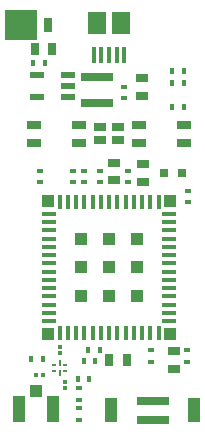
<source format=gtp>
G75*
%MOIN*%
%OFA0B0*%
%FSLAX25Y25*%
%IPPOS*%
%LPD*%
%AMOC8*
5,1,8,0,0,1.08239X$1,22.5*
%
%ADD10R,0.02400X0.01800*%
%ADD11R,0.01575X0.05315*%
%ADD12R,0.05906X0.07480*%
%ADD13R,0.04921X0.02559*%
%ADD14R,0.03150X0.03150*%
%ADD15R,0.04724X0.01378*%
%ADD16R,0.03937X0.03937*%
%ADD17R,0.01378X0.04724*%
%ADD18R,0.04134X0.08661*%
%ADD19R,0.03937X0.04134*%
%ADD20R,0.01800X0.02400*%
%ADD21R,0.04100X0.02800*%
%ADD22R,0.02800X0.04100*%
%ADD23R,0.03937X0.07874*%
%ADD24R,0.11024X0.03150*%
%ADD25R,0.10500X0.10000*%
%ADD26R,0.03000X0.05000*%
%ADD27R,0.04724X0.02165*%
%ADD28R,0.10630X0.03150*%
%ADD29R,0.03937X0.03150*%
%ADD30R,0.01600X0.01400*%
%ADD31R,0.01400X0.01600*%
%ADD32R,0.01299X0.00591*%
%ADD33R,0.00787X0.02008*%
D10*
X0036078Y0007800D03*
X0036078Y0011600D03*
X0036078Y0014400D03*
X0036078Y0018200D03*
X0059978Y0027100D03*
X0059978Y0030900D03*
X0072178Y0030900D03*
X0072178Y0027100D03*
X0072626Y0080347D03*
X0072626Y0084147D03*
X0052578Y0087000D03*
X0052578Y0090800D03*
X0043078Y0090800D03*
X0043078Y0087000D03*
X0037878Y0087000D03*
X0034078Y0087000D03*
X0034078Y0090800D03*
X0037878Y0090800D03*
X0022978Y0090800D03*
X0022978Y0087000D03*
X0050978Y0114900D03*
X0050978Y0118700D03*
D11*
X0051297Y0129469D03*
X0048738Y0129469D03*
X0046178Y0129469D03*
X0043619Y0129469D03*
X0041060Y0129469D03*
D12*
X0042241Y0139961D03*
X0050115Y0140000D03*
D13*
X0056297Y0106051D03*
X0056297Y0099949D03*
X0071060Y0099949D03*
X0071060Y0106051D03*
X0036060Y0106051D03*
X0036060Y0099949D03*
X0021297Y0099949D03*
X0021297Y0106051D03*
D14*
X0064504Y0090000D03*
X0070410Y0090000D03*
D15*
X0066060Y0076413D03*
X0066060Y0073657D03*
X0066060Y0070902D03*
X0066060Y0068146D03*
X0066060Y0065390D03*
X0066060Y0062634D03*
X0066060Y0059878D03*
X0066060Y0057122D03*
X0066060Y0054366D03*
X0066060Y0051610D03*
X0066060Y0048854D03*
X0066060Y0046098D03*
X0066060Y0043343D03*
X0066060Y0040587D03*
X0026297Y0040587D03*
X0026297Y0043343D03*
X0026297Y0046098D03*
X0026297Y0048854D03*
X0026297Y0051610D03*
X0026297Y0054366D03*
X0026297Y0057122D03*
X0026297Y0059878D03*
X0026297Y0062634D03*
X0026297Y0065390D03*
X0026297Y0068146D03*
X0026297Y0070902D03*
X0026297Y0073657D03*
X0026297Y0076413D03*
D16*
X0025903Y0080744D03*
X0036730Y0067949D03*
X0046178Y0067949D03*
X0055627Y0067949D03*
X0055627Y0058500D03*
X0046178Y0058500D03*
X0036730Y0058500D03*
X0036730Y0049051D03*
X0046178Y0049051D03*
X0055627Y0049051D03*
X0066454Y0036256D03*
X0025903Y0036256D03*
X0066454Y0080744D03*
D17*
X0062714Y0080350D03*
X0059958Y0080350D03*
X0057202Y0080350D03*
X0054446Y0080350D03*
X0051690Y0080350D03*
X0048934Y0080350D03*
X0046178Y0080350D03*
X0043423Y0080350D03*
X0040667Y0080350D03*
X0037911Y0080350D03*
X0035155Y0080350D03*
X0032399Y0080350D03*
X0029643Y0080350D03*
X0029643Y0036650D03*
X0032399Y0036650D03*
X0035155Y0036650D03*
X0037911Y0036650D03*
X0040667Y0036650D03*
X0043423Y0036650D03*
X0046178Y0036650D03*
X0048934Y0036650D03*
X0051690Y0036650D03*
X0054446Y0036650D03*
X0057202Y0036650D03*
X0059958Y0036650D03*
X0062714Y0036650D03*
D18*
X0015971Y0011200D03*
X0027586Y0011200D03*
D19*
X0021778Y0017214D03*
D20*
X0020278Y0027900D03*
X0024078Y0027900D03*
X0035778Y0021400D03*
X0039578Y0021400D03*
X0037678Y0027300D03*
X0041478Y0027300D03*
X0042978Y0031000D03*
X0039178Y0031000D03*
X0067278Y0112000D03*
X0071078Y0112000D03*
X0071078Y0120000D03*
X0067278Y0120000D03*
X0067278Y0124000D03*
X0071078Y0124000D03*
X0024678Y0126800D03*
X0020878Y0126800D03*
D21*
X0057178Y0121550D03*
X0057178Y0115650D03*
X0047778Y0093450D03*
X0047778Y0087550D03*
X0057478Y0087050D03*
X0057478Y0092950D03*
X0067678Y0030650D03*
X0067678Y0024750D03*
D22*
X0052028Y0027500D03*
X0046128Y0027500D03*
X0027228Y0131400D03*
X0021328Y0131400D03*
D23*
X0046899Y0010900D03*
X0074458Y0010900D03*
D24*
X0060678Y0007691D03*
X0060678Y0014109D03*
D25*
X0016678Y0139400D03*
D26*
X0025928Y0139400D03*
D27*
X0022260Y0122640D03*
X0022260Y0115160D03*
X0032497Y0115160D03*
X0032497Y0118900D03*
X0032497Y0122640D03*
D28*
X0042078Y0122031D03*
X0042078Y0113369D03*
D29*
X0043226Y0105165D03*
X0043226Y0100835D03*
X0049131Y0100835D03*
X0049131Y0105165D03*
D30*
X0029678Y0032100D03*
X0029678Y0029900D03*
X0031578Y0020400D03*
X0031578Y0018200D03*
D31*
X0023978Y0022500D03*
X0021778Y0022500D03*
D32*
X0027769Y0024116D03*
X0027769Y0026084D03*
X0031588Y0026084D03*
X0031588Y0024116D03*
D33*
X0029678Y0023446D03*
X0029678Y0026754D03*
M02*

</source>
